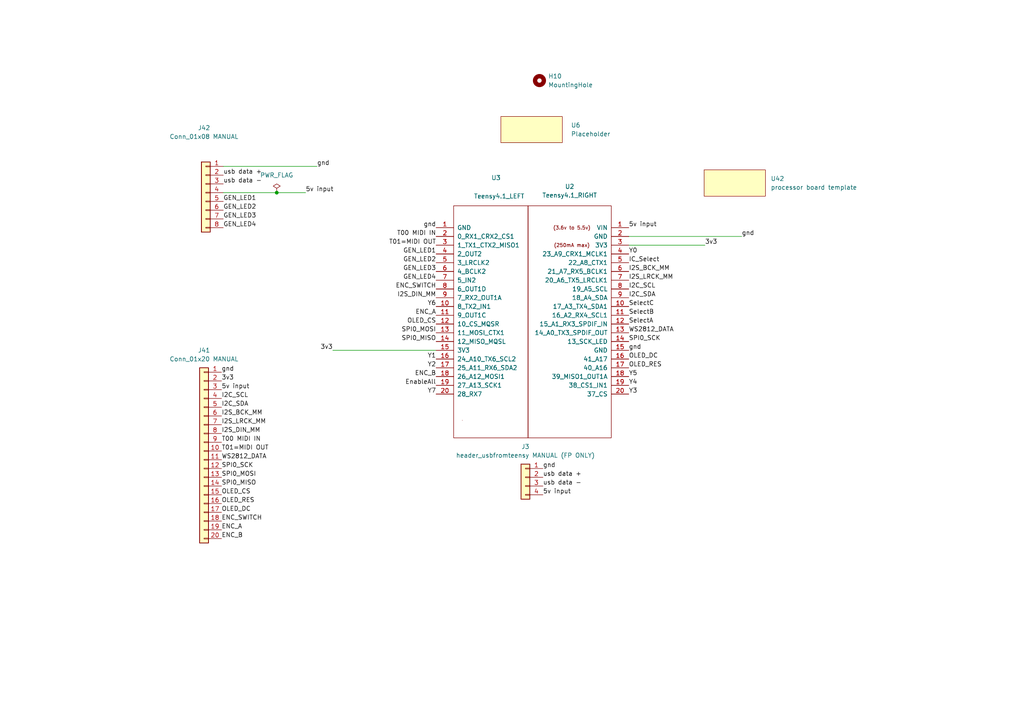
<source format=kicad_sch>
(kicad_sch (version 20211123) (generator eeschema)
  (paper "A4")
  (lib_symbols
    (symbol "Connector_Generic:Conn_01x04" (pin_names (offset 1.016) hide)
      (property "Reference" "J" (at 0 5.08 0))
      (property "Value" "Conn_01x04" (at 0 -7.62 0))
      (symbol "Conn_01x04_1_1"
        (rectangle (start -1.27 -4.953) (end 0 -5.207) (stroke (width 0.1524)))
        (rectangle (start -1.27 -2.413) (end 0 -2.667) (stroke (width 0.1524)))
        (rectangle (start -1.27 0.127) (end 0 -0.127) (stroke (width 0.1524)))
        (rectangle (start -1.27 2.667) (end 0 2.413) (stroke (width 0.1524)))
        (rectangle (start -1.27 3.81) (end 1.27 -6.35) (stroke (width 0.254)) (fill (type background)))
        (pin passive line (at -5.08 2.54 0) (length 3.81) (name "Pin_1") (number "1"))
        (pin passive line (at -5.08 0 0) (length 3.81) (name "Pin_2") (number "2"))
        (pin passive line (at -5.08 -2.54 0) (length 3.81) (name "Pin_3") (number "3"))
        (pin passive line (at -5.08 -5.08 0) (length 3.81) (name "Pin_4") (number "4"))
      )
    )
    (symbol "Connector_Generic:Conn_01x08" (pin_names (offset 1.016) hide)
      (property "Reference" "J" (at 0 10.16 0))
      (property "Value" "Conn_01x08" (at 0 -12.7 0))
      (symbol "Conn_01x08_1_1"
        (rectangle (start -1.27 -10.033) (end 0 -10.287) (stroke (width 0.1524)))
        (rectangle (start -1.27 -7.493) (end 0 -7.747) (stroke (width 0.1524)))
        (rectangle (start -1.27 -4.953) (end 0 -5.207) (stroke (width 0.1524)))
        (rectangle (start -1.27 -2.413) (end 0 -2.667) (stroke (width 0.1524)))
        (rectangle (start -1.27 0.127) (end 0 -0.127) (stroke (width 0.1524)))
        (rectangle (start -1.27 2.667) (end 0 2.413) (stroke (width 0.1524)))
        (rectangle (start -1.27 5.207) (end 0 4.953) (stroke (width 0.1524)))
        (rectangle (start -1.27 7.747) (end 0 7.493) (stroke (width 0.1524)))
        (rectangle (start -1.27 8.89) (end 1.27 -11.43) (stroke (width 0.254)) (fill (type background)))
        (pin passive line (at -5.08 7.62 0) (length 3.81) (name "Pin_1") (number "1"))
        (pin passive line (at -5.08 5.08 0) (length 3.81) (name "Pin_2") (number "2"))
        (pin passive line (at -5.08 2.54 0) (length 3.81) (name "Pin_3") (number "3"))
        (pin passive line (at -5.08 0 0) (length 3.81) (name "Pin_4") (number "4"))
        (pin passive line (at -5.08 -2.54 0) (length 3.81) (name "Pin_5") (number "5"))
        (pin passive line (at -5.08 -5.08 0) (length 3.81) (name "Pin_6") (number "6"))
        (pin passive line (at -5.08 -7.62 0) (length 3.81) (name "Pin_7") (number "7"))
        (pin passive line (at -5.08 -10.16 0) (length 3.81) (name "Pin_8") (number "8"))
      )
    )
    (symbol "Connector_Generic:Conn_01x20" (pin_names (offset 1.016) hide)
      (property "Reference" "J" (at 0 25.4 0))
      (property "Value" "Conn_01x20" (at 0 -27.94 0))
      (symbol "Conn_01x20_1_1"
        (rectangle (start -1.27 -25.273) (end 0 -25.527) (stroke (width 0.1524)))
        (rectangle (start -1.27 -22.733) (end 0 -22.987) (stroke (width 0.1524)))
        (rectangle (start -1.27 -20.193) (end 0 -20.447) (stroke (width 0.1524)))
        (rectangle (start -1.27 -17.653) (end 0 -17.907) (stroke (width 0.1524)))
        (rectangle (start -1.27 -15.113) (end 0 -15.367) (stroke (width 0.1524)))
        (rectangle (start -1.27 -12.573) (end 0 -12.827) (stroke (width 0.1524)))
        (rectangle (start -1.27 -10.033) (end 0 -10.287) (stroke (width 0.1524)))
        (rectangle (start -1.27 -7.493) (end 0 -7.747) (stroke (width 0.1524)))
        (rectangle (start -1.27 -4.953) (end 0 -5.207) (stroke (width 0.1524)))
        (rectangle (start -1.27 -2.413) (end 0 -2.667) (stroke (width 0.1524)))
        (rectangle (start -1.27 0.127) (end 0 -0.127) (stroke (width 0.1524)))
        (rectangle (start -1.27 2.667) (end 0 2.413) (stroke (width 0.1524)))
        (rectangle (start -1.27 5.207) (end 0 4.953) (stroke (width 0.1524)))
        (rectangle (start -1.27 7.747) (end 0 7.493) (stroke (width 0.1524)))
        (rectangle (start -1.27 10.287) (end 0 10.033) (stroke (width 0.1524)))
        (rectangle (start -1.27 12.827) (end 0 12.573) (stroke (width 0.1524)))
        (rectangle (start -1.27 15.367) (end 0 15.113) (stroke (width 0.1524)))
        (rectangle (start -1.27 17.907) (end 0 17.653) (stroke (width 0.1524)))
        (rectangle (start -1.27 20.447) (end 0 20.193) (stroke (width 0.1524)))
        (rectangle (start -1.27 22.987) (end 0 22.733) (stroke (width 0.1524)))
        (rectangle (start -1.27 24.13) (end 1.27 -26.67) (stroke (width 0.254)) (fill (type background)))
        (pin passive line (at -5.08 22.86 0) (length 3.81) (name "Pin_1") (number "1"))
        (pin passive line (at -5.08 0 0) (length 3.81) (name "Pin_10") (number "10"))
        (pin passive line (at -5.08 -2.54 0) (length 3.81) (name "Pin_11") (number "11"))
        (pin passive line (at -5.08 -5.08 0) (length 3.81) (name "Pin_12") (number "12"))
        (pin passive line (at -5.08 -7.62 0) (length 3.81) (name "Pin_13") (number "13"))
        (pin passive line (at -5.08 -10.16 0) (length 3.81) (name "Pin_14") (number "14"))
        (pin passive line (at -5.08 -12.7 0) (length 3.81) (name "Pin_15") (number "15"))
        (pin passive line (at -5.08 -15.24 0) (length 3.81) (name "Pin_16") (number "16"))
        (pin passive line (at -5.08 -17.78 0) (length 3.81) (name "Pin_17") (number "17"))
        (pin passive line (at -5.08 -20.32 0) (length 3.81) (name "Pin_18") (number "18"))
        (pin passive line (at -5.08 -22.86 0) (length 3.81) (name "Pin_19") (number "19"))
        (pin passive line (at -5.08 20.32 0) (length 3.81) (name "Pin_2") (number "2"))
        (pin passive line (at -5.08 -25.4 0) (length 3.81) (name "Pin_20") (number "20"))
        (pin passive line (at -5.08 17.78 0) (length 3.81) (name "Pin_3") (number "3"))
        (pin passive line (at -5.08 15.24 0) (length 3.81) (name "Pin_4") (number "4"))
        (pin passive line (at -5.08 12.7 0) (length 3.81) (name "Pin_5") (number "5"))
        (pin passive line (at -5.08 10.16 0) (length 3.81) (name "Pin_6") (number "6"))
        (pin passive line (at -5.08 7.62 0) (length 3.81) (name "Pin_7") (number "7"))
        (pin passive line (at -5.08 5.08 0) (length 3.81) (name "Pin_8") (number "8"))
        (pin passive line (at -5.08 2.54 0) (length 3.81) (name "Pin_9") (number "9"))
      )
    )
    (symbol "Mechanical:MountingHole" (pin_names (offset 1.016))
      (property "Reference" "H" (at 0 5.08 0))
      (property "Value" "MountingHole" (at 0 3.175 0))
      (symbol "MountingHole_0_1"
        (circle (center 0 0) (radius 1.27) (stroke (width 1.27)))
      )
    )
    (symbol "clarinoid2:Placeholder" (in_bom no)
      (property "Reference" "U" (at 0 0 0))
      (property "Value" "Placeholder" (at 0 -1.27 0))
      (symbol "Placeholder_0_1"
        (rectangle (start -8.89 2.54) (end 8.89 -5.08) (fill (type background)))
      )
    )
    (symbol "clarinoid2:Teensy4.1_LEFT_20p" (pin_names (offset 1.016))
      (property "Reference" "U" (at -11.43 64.77 0))
      (property "Value" "Teensy4.1_LEFT_20p" (at -11.43 62.23 0))
      (symbol "Teensy4.1_LEFT_20p_0_0"
        (pin bidirectional line (at -27.94 31.75 0) (length 5.08) (name "8_TX2_IN1") (number "10"))
        (pin bidirectional line (at -27.94 29.21 0) (length 5.08) (name "9_OUT1C") (number "11"))
        (pin bidirectional line (at -27.94 26.67 0) (length 5.08) (name "10_CS_MQSR") (number "12"))
        (pin bidirectional line (at -27.94 24.13 0) (length 5.08) (name "11_MOSI_CTX1") (number "13"))
        (pin bidirectional line (at -27.94 21.59 0) (length 5.08) (name "12_MISO_MQSL") (number "14"))
        (pin bidirectional line (at -27.94 19.05 0) (length 5.08) (name "3V3") (number "15"))
        (pin bidirectional line (at -27.94 16.51 0) (length 5.08) (name "24_A10_TX6_SCL2") (number "16"))
        (pin bidirectional line (at -27.94 13.97 0) (length 5.08) (name "25_A11_RX6_SDA2") (number "17"))
        (pin bidirectional line (at -27.94 11.43 0) (length 5.08) (name "26_A12_MOSI1") (number "18"))
        (pin bidirectional line (at -27.94 8.89 0) (length 5.08) (name "27_A13_SCK1") (number "19"))
        (pin bidirectional line (at -27.94 6.35 0) (length 5.08) (name "28_RX7") (number "20"))
        (pin bidirectional line (at -27.94 44.45 0) (length 5.08) (name "3_LRCLK2") (number "5"))
        (pin bidirectional line (at -27.94 41.91 0) (length 5.08) (name "4_BCLK2") (number "6"))
        (pin bidirectional line (at -27.94 39.37 0) (length 5.08) (name "5_IN2") (number "7"))
        (pin bidirectional line (at -27.94 36.83 0) (length 5.08) (name "6_OUT1D") (number "8"))
        (pin bidirectional line (at -27.94 34.29 0) (length 5.08) (name "7_RX2_OUT1A") (number "9"))
      )
      (symbol "Teensy4.1_LEFT_20p_0_1"
        (rectangle (start -22.86 60.96) (end -1.27 -6.35))
        (rectangle (start -20.32 -1.27) (end -20.32 -1.27))
      )
      (symbol "Teensy4.1_LEFT_20p_1_1"
        (pin bidirectional line (at -27.94 54.61 0) (length 5.08) (name "GND") (number "1"))
        (pin bidirectional line (at -27.94 52.07 0) (length 5.08) (name "0_RX1_CRX2_CS1") (number "2"))
        (pin bidirectional line (at -27.94 49.53 0) (length 5.08) (name "1_TX1_CTX2_MISO1") (number "3"))
        (pin bidirectional line (at -27.94 46.99 0) (length 5.08) (name "2_OUT2") (number "4"))
      )
    )
    (symbol "clarinoid2:Teensy4.1_RIGHT_20p" (pin_names (offset 1.016))
      (property "Reference" "U" (at 11.43 64.77 0))
      (property "Value" "Teensy4.1_RIGHT_20p" (at 11.43 62.23 0))
      (symbol "Teensy4.1_RIGHT_20p_0_0"
        (text "(250mA max)" (at 11.43 49.53 0) (effects (font (size 1.016 1.016))))
        (text "(3.6v to 5.5v)" (at 11.43 54.61 0) (effects (font (size 1.016 1.016))))
        (pin power_in line (at 27.94 54.61 180) (length 5.08) (name "VIN") (number "1"))
        (pin bidirectional line (at 27.94 31.75 180) (length 5.08) (name "17_A3_TX4_SDA1") (number "10"))
        (pin bidirectional line (at 27.94 29.21 180) (length 5.08) (name "16_A2_RX4_SCL1") (number "11"))
        (pin bidirectional line (at 27.94 26.67 180) (length 5.08) (name "15_A1_RX3_SPDIF_IN") (number "12"))
        (pin bidirectional line (at 27.94 24.13 180) (length 5.08) (name "14_A0_TX3_SPDIF_OUT") (number "13"))
        (pin bidirectional line (at 27.94 21.59 180) (length 5.08) (name "13_SCK_LED") (number "14"))
        (pin bidirectional line (at 27.94 16.51 180) (length 5.08) (name "41_A17") (number "16"))
        (pin bidirectional line (at 27.94 13.97 180) (length 5.08) (name "40_A16") (number "17"))
        (pin bidirectional line (at 27.94 11.43 180) (length 5.08) (name "39_MISO1_OUT1A") (number "18"))
        (pin bidirectional line (at 27.94 8.89 180) (length 5.08) (name "38_CS1_IN1") (number "19"))
        (pin bidirectional line (at 27.94 52.07 180) (length 5.08) (name "GND") (number "2"))
        (pin bidirectional line (at 27.94 6.35 180) (length 5.08) (name "37_CS") (number "20"))
        (pin bidirectional line (at 27.94 49.53 180) (length 5.08) (name "3V3") (number "3"))
        (pin bidirectional line (at 27.94 46.99 180) (length 5.08) (name "23_A9_CRX1_MCLK1") (number "4"))
        (pin bidirectional line (at 27.94 44.45 180) (length 5.08) (name "22_A8_CTX1") (number "5"))
        (pin bidirectional line (at 27.94 41.91 180) (length 5.08) (name "21_A7_RX5_BCLK1") (number "6"))
        (pin bidirectional line (at 27.94 39.37 180) (length 5.08) (name "20_A6_TX5_LRCLK1") (number "7"))
        (pin bidirectional line (at 27.94 36.83 180) (length 5.08) (name "19_A5_SCL") (number "8"))
        (pin bidirectional line (at 27.94 34.29 180) (length 5.08) (name "18_A4_SDA") (number "9"))
      )
      (symbol "Teensy4.1_RIGHT_20p_0_1"
        (rectangle (start -1.27 60.96) (end 22.86 -6.35))
      )
      (symbol "Teensy4.1_RIGHT_20p_1_1"
        (pin bidirectional line (at 27.94 19.05 180) (length 5.08) (name "GND") (number "15"))
      )
    )
    (symbol "power:PWR_FLAG" (power) (pin_numbers hide) (pin_names (offset 0) hide)
      (property "Value" "PWR_FLAG" (at 0 3.81 0))
      (symbol "PWR_FLAG_0_0"
        (pin power_out line (at 0 0 90) (length 0) (name "pwr") (number "1"))
      )
      (symbol "PWR_FLAG_0_1"
        (polyline (pts (xy 0 0) (xy 0 1.27) (xy -1.016 1.905) (xy 0 2.54) (xy 1.016 1.905) (xy 0 1.27)))
      )
    )
  )
  (junction (at 80.264 55.88))
  (wire (pts (xy 96.52 101.6) (xy 126.492 101.6)))
  (wire (pts (xy 80.264 55.88) (xy 64.77 55.88)))
  (wire (pts (xy 182.372 68.58) (xy 215.138 68.58)))
  (wire (pts (xy 88.646 55.88) (xy 80.264 55.88)))
  (wire (pts (xy 64.77 48.26) (xy 91.948 48.26)))
  (wire (pts (xy 182.372 71.12) (xy 204.47 71.12)))
  (label "3v3" (at 64.262 110.49 0))
  (label "T01=MIDI OUT" (at 126.492 71.12 180))
  (label "SPI0_MISO" (at 126.492 99.06 180))
  (label "I2S_DIN_MM" (at 64.262 125.73 0))
  (label "gnd" (at 215.138 68.58 0))
  (label "GEN_LED2" (at 64.77 60.96 0))
  (label "Y1" (at 126.492 104.14 180))
  (label "WS2812_DATA" (at 64.262 133.35 0))
  (label "GEN_LED3" (at 126.492 78.74 180))
  (label "SPI0_SCK" (at 64.262 135.89 0))
  (label "gnd" (at 157.48 135.89 0))
  (label "SelectB" (at 182.372 91.44 0))
  (label "Y2" (at 126.492 106.68 180))
  (label "GEN_LED1" (at 126.492 73.66 180))
  (label "I2C_SCL" (at 64.262 115.57 0))
  (label "I2S_BCK_MM" (at 182.372 78.74 0))
  (label "I2S_BCK_MM" (at 64.262 120.65 0))
  (label "3v3" (at 204.47 71.12 0))
  (label "T00 MIDI IN" (at 126.492 68.58 180))
  (label "T00 MIDI IN" (at 64.262 128.27 0))
  (label "OLED_CS" (at 126.492 93.98 180))
  (label "GEN_LED4" (at 64.77 66.04 0))
  (label "OLED_DC" (at 64.262 148.59 0))
  (label "OLED_CS" (at 64.262 143.51 0))
  (label "SPI0_MOSI" (at 126.492 96.52 180))
  (label "gnd" (at 182.372 101.6 0))
  (label "I2S_DIN_MM" (at 126.492 86.36 180))
  (label "IC_Select" (at 182.372 76.2 0))
  (label "ENC_A" (at 64.262 153.67 0))
  (label "ENC_SWITCH" (at 126.492 83.82 180))
  (label "I2S_LRCK_MM" (at 182.372 81.28 0))
  (label "WS2812_DATA" (at 182.372 96.52 0))
  (label "I2S_LRCK_MM" (at 64.262 123.19 0))
  (label "gnd" (at 126.492 66.04 180))
  (label "Y6" (at 126.492 88.9 180))
  (label "5v input" (at 88.646 55.88 0))
  (label "Y3" (at 182.372 114.3 0))
  (label "Y7" (at 126.492 114.3 180))
  (label "5v input" (at 182.372 66.04 0))
  (label "5v input" (at 157.48 143.51 0))
  (label "Y0" (at 182.372 73.66 0))
  (label "SelectC" (at 182.372 88.9 0))
  (label "SPI0_MOSI" (at 64.262 138.43 0))
  (label "gnd" (at 91.948 48.26 0))
  (label "SelectA" (at 182.372 93.98 0))
  (label "GEN_LED3" (at 64.77 63.5 0))
  (label "GEN_LED4" (at 126.492 81.28 180))
  (label "5v input" (at 64.262 113.03 0))
  (label "usb data -" (at 157.48 140.97 0))
  (label "I2C_SCL" (at 182.372 83.82 0))
  (label "OLED_DC" (at 182.372 104.14 0))
  (label "ENC_A" (at 126.492 91.44 180))
  (label "ENC_SWITCH" (at 64.262 151.13 0))
  (label "T01=MIDI OUT" (at 64.262 130.81 0))
  (label "GEN_LED1" (at 64.77 58.42 0))
  (label "ENC_B" (at 126.492 109.22 180))
  (label "I2C_SDA" (at 182.372 86.36 0))
  (label "I2C_SDA" (at 64.262 118.11 0))
  (label "SPI0_SCK" (at 182.372 99.06 0))
  (label "GEN_LED2" (at 126.492 76.2 180))
  (label "3v3" (at 96.52 101.6 180))
  (label "OLED_RES" (at 182.372 106.68 0))
  (label "Y5" (at 182.372 109.22 0))
  (label "Y4" (at 182.372 111.76 0))
  (label "usb data -" (at 64.77 53.34 0))
  (label "ENC_B" (at 64.262 156.21 0))
  (label "usb data +" (at 64.77 50.8 0))
  (label "gnd" (at 64.262 107.95 0))
  (label "usb data +" (at 157.48 138.43 0))
  (label "EnableAll" (at 126.492 111.76 180))
  (label "OLED_RES" (at 64.262 146.05 0))
  (label "SPI0_MISO" (at 64.262 140.97 0))
  (symbol (lib_id "Mechanical:MountingHole") (at 156.464 23.368 0) (unit 1)
    (property "Reference" "H10" (at 159.004 22.0979 0) (effects (justify left)))
    (property "Value" "MountingHole" (at 159.004 24.6379 0) (effects (justify left)))
    (property "Footprint" "MountingHole:MountingHole_3.2mm_M3" (effects hide))
    (property "MANUFACTURER" "Wurth" (effects hide))
    (property "verif" "1" (effects hide))
  )
  (symbol (lib_id "Connector_Generic:Conn_01x20") (at 59.182 130.81 0) (mirror y) (unit 1) (in_bom no)
    (property "Reference" "J41" (at 59.182 101.6 0))
    (property "Value" "Conn_01x20 MANUAL" (at 59.182 104.14 0))
    (property "Footprint" "Connector_PinHeader_2.54mm:PinHeader_1x20_P2.54mm_Vertical" (effects hide))
    (property "verif" "1" (effects hide))
  )
  (symbol (lib_id "clarinoid2:Teensy4.1_RIGHT_20p") (at 154.432 120.65 0) (unit 1)
    (property "Reference" "U2" (at 165.227 54.102 0))
    (property "Value" "Teensy4.1_RIGHT" (at 165.227 56.642 0))
    (property "Footprint" "Connector_PinSocket_2.54mm:PinSocket_1x20_P2.54mm_Vertical" (effects hide))
    (property "LCSC part number" "C50984" (effects hide))
    (property "verif" "1" (effects hide))
    (property "LCSC" "C50984" (effects hide))
  )
  (symbol (lib_id "clarinoid2:Teensy4.1_LEFT_20p") (at 154.432 120.65 0) (unit 1)
    (property "Reference" "U3" (at 142.494 51.562 0) (effects (justify left)))
    (property "Value" "Teensy4.1_LEFT" (at 137.414 56.896 0) (effects (justify left)))
    (property "Footprint" "Connector_PinSocket_2.54mm:PinSocket_1x20_P2.54mm_Vertical" (effects hide))
    (property "LCSC part number" "C50984" (effects hide))
    (property "verif" "1" (effects hide))
    (property "LCSC" "C50984" (effects hide))
  )
  (symbol (lib_id "Connector_Generic:Conn_01x08") (at 59.69 55.88 0) (mirror y) (unit 1) (in_bom no)
    (property "Reference" "J42" (at 59.182 37.084 0))
    (property "Value" "Conn_01x08 MANUAL" (at 59.182 39.624 0))
    (property "Footprint" "Connector_PinHeader_2.54mm:PinHeader_1x08_P2.54mm_Vertical" (effects hide))
    (property "verif" "1" (effects hide))
  )
  (symbol (lib_id "power:PWR_FLAG") (at 80.264 55.88 0) (unit 1)
    (property "Reference" "#FLG0107" (effects hide))
    (property "Value" "PWR_FLAG" (at 80.264 50.8 0))
  )
  (symbol (lib_id "Connector_Generic:Conn_01x04") (at 152.4 138.43 0) (mirror y) (unit 1) (in_bom no)
    (property "Reference" "J3" (at 152.4 129.54 0))
    (property "Value" "header_usbfromteensy MANUAL (FP ONLY)" (at 152.4 132.08 0))
    (property "Footprint" "Connector_PinHeader_2.54mm:PinHeader_1x04_P2.54mm_Vertical" (effects hide))
    (property "verif" "1" (effects hide))
  )
  (symbol (lib_id "clarinoid2:Placeholder") (at 154.178 36.322 0) (unit 1) (in_bom no)
    (property "Reference" "U6" (at 165.608 36.3219 0) (effects (justify left)))
    (property "Value" "Placeholder" (at 165.608 38.8619 0) (effects (justify left)))
    (property "Footprint" "clarinoid2:Teensy41_graphic" (effects hide))
    (property "verif" "1" (effects hide))
  )
  (symbol (lib_id "clarinoid2:Placeholder") (at 213.106 51.816 0) (unit 1) (in_bom no)
    (property "Reference" "U42" (at 223.52 51.8159 0) (effects (justify left)))
    (property "Value" "processor board template" (at 223.52 54.3559 0) (effects (justify left)))
    (property "Footprint" "clarinoid2:dev board processor subboard template" (effects hide))
    (property "verif" "1" (effects hide))
  )
)
</source>
